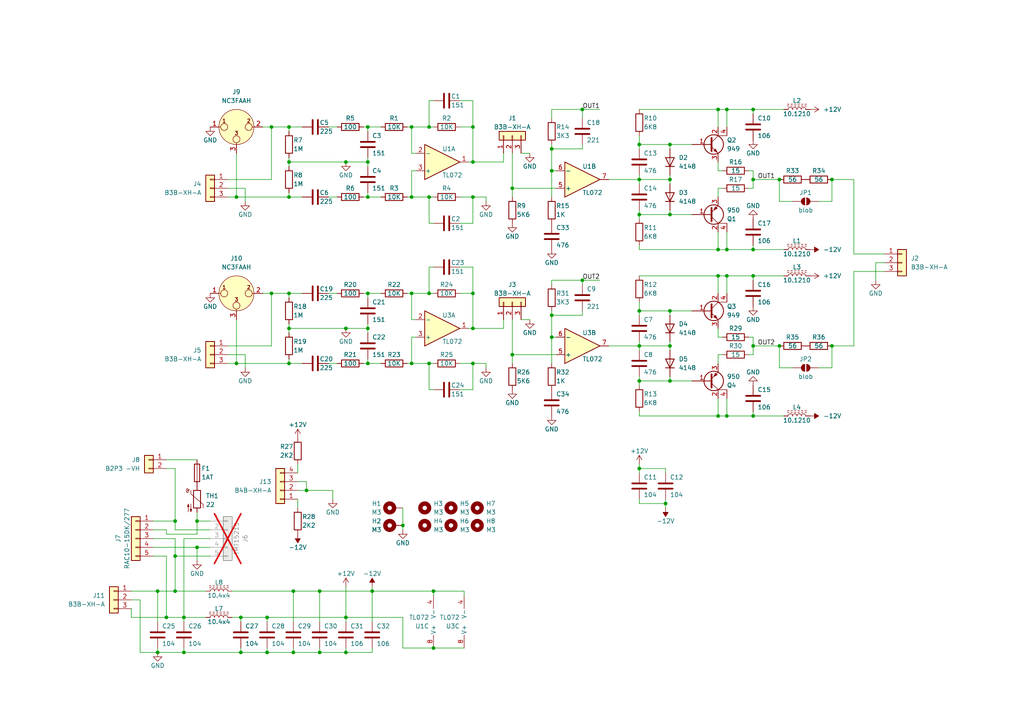
<source format=kicad_sch>
(kicad_sch (version 20231120) (generator "eeschema") (generator_version "8.0")
  (paper "A4")
  (junction (at 160.02 91.44))
  (junction (at 194.31 90.17))
  (junction (at 218.44 100.33))
  (junction (at 137.16 57.15))
  (junction (at 241.3 52.07))
  (junction (at 48.26 179.07))
  (junction (at 160.02 43.18))
  (junction (at 124.46 105.41))
  (junction (at 119.38 57.15))
  (junction (at 137.16 105.41))
  (junction (at 53.34 179.07))
  (junction (at 78.74 36.83))
  (junction (at 100.33 95.25))
  (junction (at 68.58 57.15))
  (junction (at 226.06 52.07))
  (junction (at 50.8 161.29))
  (junction (at 53.34 189.23))
  (junction (at 185.42 41.91))
  (junction (at 106.68 85.09))
  (junction (at 106.68 57.15))
  (junction (at 45.72 171.45))
  (junction (at 57.15 151.13))
  (junction (at 194.31 41.91))
  (junction (at 137.16 46.99))
  (junction (at 241.3 100.33))
  (junction (at 83.82 95.25))
  (junction (at 92.71 171.45))
  (junction (at 100.33 46.99))
  (junction (at 194.31 100.33))
  (junction (at 194.31 110.49))
  (junction (at 50.8 171.45))
  (junction (at 83.82 57.15))
  (junction (at 226.06 100.33))
  (junction (at 208.28 72.39))
  (junction (at 185.42 62.23))
  (junction (at 106.68 36.83))
  (junction (at 119.38 85.09))
  (junction (at 194.31 62.23))
  (junction (at 160.02 97.79))
  (junction (at 125.73 171.45))
  (junction (at 137.16 85.09))
  (junction (at 57.15 158.75))
  (junction (at 185.42 135.89))
  (junction (at 83.82 105.41))
  (junction (at 210.82 120.65))
  (junction (at 137.16 36.83))
  (junction (at 208.28 31.75))
  (junction (at 106.68 105.41))
  (junction (at 210.82 31.75))
  (junction (at 100.33 179.07))
  (junction (at 50.8 151.13))
  (junction (at 148.59 54.61))
  (junction (at 218.44 80.01))
  (junction (at 92.71 189.23))
  (junction (at 124.46 85.09))
  (junction (at 83.82 36.83))
  (junction (at 69.85 179.07))
  (junction (at 107.95 171.45))
  (junction (at 210.82 80.01))
  (junction (at 85.09 171.45))
  (junction (at 137.16 95.25))
  (junction (at 119.38 36.83))
  (junction (at 185.42 110.49))
  (junction (at 218.44 31.75))
  (junction (at 78.74 85.09))
  (junction (at 85.09 189.23))
  (junction (at 124.46 57.15))
  (junction (at 210.82 72.39))
  (junction (at 106.68 95.25))
  (junction (at 77.47 179.07))
  (junction (at 83.82 46.99))
  (junction (at 100.33 189.23))
  (junction (at 125.73 187.96))
  (junction (at 168.91 81.28))
  (junction (at 77.47 189.23))
  (junction (at 185.42 100.33))
  (junction (at 218.44 52.07))
  (junction (at 124.46 36.83))
  (junction (at 45.72 189.23))
  (junction (at 218.44 72.39))
  (junction (at 69.85 189.23))
  (junction (at 208.28 80.01))
  (junction (at 194.31 52.07))
  (junction (at 116.84 152.4))
  (junction (at 185.42 52.07))
  (junction (at 83.82 85.09))
  (junction (at 160.02 49.53))
  (junction (at 68.58 105.41))
  (junction (at 168.91 31.75))
  (junction (at 106.68 46.99))
  (junction (at 119.38 105.41))
  (junction (at 88.9 142.24))
  (junction (at 185.42 90.17))
  (junction (at 148.59 102.87))
  (junction (at 193.04 146.05))
  (junction (at 208.28 120.65))
  (junction (at 218.44 120.65))
  (wire (pts (xy 124.46 57.15) (xy 125.73 57.15)))
  (wire (pts (xy 209.55 102.87) (xy 208.28 102.87)))
  (wire (pts (xy 50.8 156.21) (xy 50.8 161.29)))
  (wire (pts (xy 210.82 120.65) (xy 210.82 115.57)))
  (wire (pts (xy 100.33 187.96) (xy 100.33 189.23)))
  (wire (pts (xy 53.34 189.23) (xy 69.85 189.23)))
  (wire (pts (xy 194.31 110.49) (xy 200.66 110.49)))
  (wire (pts (xy 160.02 97.79) (xy 161.29 97.79)))
  (wire (pts (xy 135.89 95.25) (xy 137.16 95.25)))
  (wire (pts (xy 241.3 106.68) (xy 241.3 100.33)))
  (wire (pts (xy 218.44 52.07) (xy 226.06 52.07)))
  (wire (pts (xy 226.06 58.42) (xy 229.87 58.42)))
  (wire (pts (xy 106.68 85.09) (xy 110.49 85.09)))
  (wire (pts (xy 100.33 189.23) (xy 107.95 189.23)))
  (wire (pts (xy 100.33 179.07) (xy 116.84 179.07)))
  (wire (pts (xy 105.41 85.09) (xy 106.68 85.09)))
  (wire (pts (xy 48.26 135.89) (xy 50.8 135.89)))
  (wire (pts (xy 176.53 100.33) (xy 185.42 100.33)))
  (wire (pts (xy 88.9 142.24) (xy 96.52 142.24)))
  (wire (pts (xy 119.38 85.09) (xy 124.46 85.09)))
  (wire (pts (xy 85.09 189.23) (xy 92.71 189.23)))
  (wire (pts (xy 241.3 52.07) (xy 247.65 52.07)))
  (wire (pts (xy 160.02 82.55) (xy 160.02 81.28)))
  (wire (pts (xy 44.45 161.29) (xy 48.26 161.29)))
  (wire (pts (xy 66.04 105.41) (xy 68.58 105.41)))
  (wire (pts (xy 160.02 91.44) (xy 168.91 91.44)))
  (wire (pts (xy 38.1 179.07) (xy 38.1 176.53)))
  (wire (pts (xy 194.31 90.17) (xy 185.42 90.17)))
  (wire (pts (xy 83.82 85.09) (xy 83.82 86.36)))
  (wire (pts (xy 146.05 95.25) (xy 146.05 92.71)))
  (wire (pts (xy 160.02 97.79) (xy 160.02 105.41)))
  (wire (pts (xy 208.28 31.75) (xy 208.28 36.83)))
  (wire (pts (xy 194.31 100.33) (xy 194.31 101.6)))
  (wire (pts (xy 185.42 109.22) (xy 185.42 110.49)))
  (wire (pts (xy 135.89 46.99) (xy 137.16 46.99)))
  (wire (pts (xy 106.68 57.15) (xy 110.49 57.15)))
  (wire (pts (xy 40.64 173.99) (xy 40.64 189.23)))
  (wire (pts (xy 194.31 60.96) (xy 194.31 62.23)))
  (wire (pts (xy 218.44 49.53) (xy 218.44 52.07)))
  (wire (pts (xy 208.28 54.61) (xy 208.28 57.15)))
  (wire (pts (xy 50.8 151.13) (xy 50.8 153.67)))
  (wire (pts (xy 66.04 52.07) (xy 78.74 52.07)))
  (wire (pts (xy 194.31 62.23) (xy 200.66 62.23)))
  (wire (pts (xy 185.42 72.39) (xy 208.28 72.39)))
  (wire (pts (xy 133.35 36.83) (xy 137.16 36.83)))
  (wire (pts (xy 194.31 41.91) (xy 194.31 43.18)))
  (wire (pts (xy 83.82 57.15) (xy 83.82 55.88)))
  (wire (pts (xy 100.33 46.99) (xy 106.68 46.99)))
  (wire (pts (xy 194.31 52.07) (xy 194.31 53.34)))
  (wire (pts (xy 40.64 189.23) (xy 45.72 189.23)))
  (wire (pts (xy 116.84 179.07) (xy 116.84 187.96)))
  (wire (pts (xy 83.82 105.41) (xy 83.82 104.14)))
  (wire (pts (xy 137.16 105.41) (xy 137.16 113.03)))
  (wire (pts (xy 208.28 31.75) (xy 210.82 31.75)))
  (wire (pts (xy 168.91 31.75) (xy 160.02 31.75)))
  (wire (pts (xy 50.8 153.67) (xy 60.96 153.67)))
  (wire (pts (xy 134.62 171.45) (xy 134.62 172.72)))
  (wire (pts (xy 48.26 133.35) (xy 57.15 133.35)))
  (wire (pts (xy 210.82 72.39) (xy 210.82 67.31)))
  (wire (pts (xy 151.13 44.45) (xy 153.67 44.45)))
  (wire (pts (xy 160.02 43.18) (xy 160.02 49.53)))
  (wire (pts (xy 119.38 36.83) (xy 118.11 36.83)))
  (wire (pts (xy 185.42 52.07) (xy 194.31 52.07)))
  (wire (pts (xy 185.42 50.8) (xy 185.42 52.07)))
  (wire (pts (xy 48.26 154.94) (xy 57.15 154.94)))
  (wire (pts (xy 160.02 91.44) (xy 160.02 97.79)))
  (wire (pts (xy 83.82 48.26) (xy 83.82 46.99)))
  (wire (pts (xy 66.04 100.33) (xy 78.74 100.33)))
  (wire (pts (xy 185.42 146.05) (xy 193.04 146.05)))
  (wire (pts (xy 208.28 97.79) (xy 209.55 97.79)))
  (wire (pts (xy 96.52 142.24) (xy 96.52 144.78)))
  (wire (pts (xy 83.82 95.25) (xy 83.82 93.98)))
  (wire (pts (xy 87.63 36.83) (xy 83.82 36.83)))
  (wire (pts (xy 95.25 57.15) (xy 97.79 57.15)))
  (wire (pts (xy 95.25 85.09) (xy 97.79 85.09)))
  (wire (pts (xy 226.06 106.68) (xy 229.87 106.68)))
  (wire (pts (xy 185.42 60.96) (xy 185.42 62.23)))
  (wire (pts (xy 208.28 80.01) (xy 210.82 80.01)))
  (wire (pts (xy 44.45 151.13) (xy 50.8 151.13)))
  (wire (pts (xy 208.28 80.01) (xy 208.28 85.09)))
  (wire (pts (xy 48.26 153.67) (xy 48.26 154.94)))
  (wire (pts (xy 86.36 142.24) (xy 88.9 142.24)))
  (wire (pts (xy 218.44 120.65) (xy 227.33 120.65)))
  (wire (pts (xy 218.44 100.33) (xy 218.44 102.87)))
  (wire (pts (xy 85.09 171.45) (xy 92.71 171.45)))
  (wire (pts (xy 218.44 97.79) (xy 218.44 100.33)))
  (wire (pts (xy 133.35 85.09) (xy 137.16 85.09)))
  (wire (pts (xy 45.72 189.23) (xy 53.34 189.23)))
  (wire (pts (xy 53.34 187.96) (xy 53.34 189.23)))
  (wire (pts (xy 185.42 135.89) (xy 193.04 135.89)))
  (wire (pts (xy 168.91 91.44) (xy 168.91 90.17)))
  (wire (pts (xy 194.31 41.91) (xy 185.42 41.91)))
  (wire (pts (xy 100.33 95.25) (xy 83.82 95.25)))
  (wire (pts (xy 185.42 100.33) (xy 185.42 101.6)))
  (wire (pts (xy 193.04 135.89) (xy 193.04 137.16)))
  (wire (pts (xy 217.17 54.61) (xy 218.44 54.61)))
  (wire (pts (xy 50.8 161.29) (xy 50.8 171.45)))
  (wire (pts (xy 83.82 36.83) (xy 83.82 38.1)))
  (wire (pts (xy 137.16 36.83) (xy 137.16 29.21)))
  (wire (pts (xy 218.44 52.07) (xy 218.44 54.61)))
  (wire (pts (xy 185.42 120.65) (xy 208.28 120.65)))
  (wire (pts (xy 185.42 80.01) (xy 208.28 80.01)))
  (wire (pts (xy 210.82 31.75) (xy 218.44 31.75)))
  (wire (pts (xy 69.85 187.96) (xy 69.85 189.23)))
  (wire (pts (xy 119.38 105.41) (xy 124.46 105.41)))
  (wire (pts (xy 105.41 57.15) (xy 106.68 57.15)))
  (wire (pts (xy 125.73 187.96) (xy 134.62 187.96)))
  (wire (pts (xy 160.02 41.91) (xy 160.02 43.18)))
  (wire (pts (xy 247.65 52.07) (xy 247.65 73.66)))
  (wire (pts (xy 95.25 36.83) (xy 97.79 36.83)))
  (wire (pts (xy 247.65 78.74) (xy 247.65 100.33)))
  (wire (pts (xy 45.72 171.45) (xy 50.8 171.45)))
  (wire (pts (xy 137.16 95.25) (xy 146.05 95.25)))
  (wire (pts (xy 217.17 102.87) (xy 218.44 102.87)))
  (wire (pts (xy 218.44 31.75) (xy 218.44 33.02)))
  (wire (pts (xy 78.74 52.07) (xy 78.74 36.83)))
  (wire (pts (xy 168.91 81.28) (xy 168.91 82.55)))
  (wire (pts (xy 148.59 92.71) (xy 148.59 102.87)))
  (wire (pts (xy 185.42 52.07) (xy 185.42 53.34)))
  (wire (pts (xy 68.58 44.45) (xy 68.58 57.15)))
  (wire (pts (xy 208.28 49.53) (xy 209.55 49.53)))
  (wire (pts (xy 107.95 170.18) (xy 107.95 171.45)))
  (wire (pts (xy 124.46 85.09) (xy 124.46 77.47)))
  (wire (pts (xy 137.16 46.99) (xy 137.16 36.83)))
  (wire (pts (xy 77.47 179.07) (xy 100.33 179.07)))
  (wire (pts (xy 119.38 44.45) (xy 119.38 36.83)))
  (wire (pts (xy 185.42 39.37) (xy 185.42 41.91)))
  (wire (pts (xy 185.42 135.89) (xy 185.42 137.16)))
  (wire (pts (xy 218.44 100.33) (xy 226.06 100.33)))
  (wire (pts (xy 107.95 189.23) (xy 107.95 187.96)))
  (wire (pts (xy 194.31 41.91) (xy 200.66 41.91)))
  (wire (pts (xy 92.71 171.45) (xy 92.71 180.34)))
  (wire (pts (xy 53.34 179.07) (xy 53.34 180.34)))
  (wire (pts (xy 86.36 134.62) (xy 86.36 137.16)))
  (wire (pts (xy 92.71 171.45) (xy 107.95 171.45)))
  (wire (pts (xy 38.1 173.99) (xy 40.64 173.99)))
  (wire (pts (xy 119.38 57.15) (xy 119.38 49.53)))
  (wire (pts (xy 118.11 57.15) (xy 119.38 57.15)))
  (wire (pts (xy 247.65 73.66) (xy 256.54 73.66)))
  (wire (pts (xy 124.46 57.15) (xy 124.46 64.77)))
  (wire (pts (xy 247.65 78.74) (xy 256.54 78.74)))
  (wire (pts (xy 106.68 95.25) (xy 106.68 96.52)))
  (wire (pts (xy 85.09 187.96) (xy 85.09 189.23)))
  (wire (pts (xy 185.42 99.06) (xy 185.42 100.33)))
  (wire (pts (xy 119.38 36.83) (xy 124.46 36.83)))
  (wire (pts (xy 168.91 81.28) (xy 173.99 81.28)))
  (wire (pts (xy 118.11 105.41) (xy 119.38 105.41)))
  (wire (pts (xy 119.38 85.09) (xy 118.11 85.09)))
  (wire (pts (xy 168.91 43.18) (xy 168.91 41.91)))
  (wire (pts (xy 148.59 102.87) (xy 148.59 105.41)))
  (wire (pts (xy 116.84 152.4) (xy 116.84 153.67)))
  (wire (pts (xy 83.82 46.99) (xy 83.82 45.72)))
  (wire (pts (xy 100.33 179.07) (xy 100.33 180.34)))
  (wire (pts (xy 53.34 179.07) (xy 59.69 179.07)))
  (wire (pts (xy 100.33 95.25) (xy 106.68 95.25)))
  (wire (pts (xy 66.04 54.61) (xy 71.12 54.61)))
  (wire (pts (xy 218.44 71.12) (xy 218.44 72.39)))
  (wire (pts (xy 106.68 55.88) (xy 106.68 57.15)))
  (wire (pts (xy 119.38 57.15) (xy 124.46 57.15)))
  (wire (pts (xy 226.06 52.07) (xy 226.06 58.42)))
  (wire (pts (xy 124.46 36.83) (xy 124.46 29.21)))
  (wire (pts (xy 226.06 100.33) (xy 226.06 106.68)))
  (wire (pts (xy 100.33 46.99) (xy 83.82 46.99)))
  (wire (pts (xy 119.38 97.79) (xy 120.65 97.79)))
  (wire (pts (xy 185.42 100.33) (xy 194.31 100.33)))
  (wire (pts (xy 133.35 105.41) (xy 137.16 105.41)))
  (wire (pts (xy 185.42 62.23) (xy 185.42 63.5)))
  (wire (pts (xy 209.55 54.61) (xy 208.28 54.61)))
  (wire (pts (xy 148.59 54.61) (xy 161.29 54.61)))
  (wire (pts (xy 137.16 57.15) (xy 140.97 57.15)))
  (wire (pts (xy 160.02 43.18) (xy 168.91 43.18)))
  (wire (pts (xy 92.71 187.96) (xy 92.71 189.23)))
  (wire (pts (xy 116.84 187.96) (xy 125.73 187.96)))
  (wire (pts (xy 160.02 31.75) (xy 160.02 34.29)))
  (wire (pts (xy 87.63 105.41) (xy 83.82 105.41)))
  (wire (pts (xy 140.97 57.15) (xy 140.97 58.42)))
  (wire (pts (xy 185.42 41.91) (xy 185.42 43.18)))
  (wire (pts (xy 217.17 97.79) (xy 218.44 97.79)))
  (wire (pts (xy 185.42 144.78) (xy 185.42 146.05)))
  (wire (pts (xy 50.8 161.29) (xy 60.96 161.29)))
  (wire (pts (xy 124.46 36.83) (xy 125.73 36.83)))
  (wire (pts (xy 119.38 49.53) (xy 120.65 49.53)))
  (wire (pts (xy 53.34 156.21) (xy 53.34 179.07)))
  (wire (pts (xy 106.68 46.99) (xy 106.68 48.26)))
  (wire (pts (xy 133.35 57.15) (xy 137.16 57.15)))
  (wire (pts (xy 185.42 62.23) (xy 194.31 62.23)))
  (wire (pts (xy 256.54 76.2) (xy 254 76.2)))
  (wire (pts (xy 137.16 85.09) (xy 137.16 77.47)))
  (wire (pts (xy 208.28 120.65) (xy 210.82 120.65)))
  (wire (pts (xy 83.82 95.25) (xy 83.82 96.52)))
  (wire (pts (xy 45.72 171.45) (xy 45.72 180.34)))
  (wire (pts (xy 133.35 64.77) (xy 137.16 64.77)))
  (wire (pts (xy 194.31 109.22) (xy 194.31 110.49)))
  (wire (pts (xy 85.09 171.45) (xy 85.09 180.34)))
  (wire (pts (xy 137.16 29.21) (xy 133.35 29.21)))
  (wire (pts (xy 137.16 57.15) (xy 137.16 64.77)))
  (wire (pts (xy 106.68 45.72) (xy 106.68 46.99)))
  (wire (pts (xy 57.15 158.75) (xy 60.96 158.75)))
  (wire (pts (xy 48.26 179.07) (xy 38.1 179.07)))
  (wire (pts (xy 185.42 90.17) (xy 185.42 91.44)))
  (wire (pts (xy 194.31 50.8) (xy 194.31 52.07)))
  (wire (pts (xy 151.13 92.71) (xy 153.67 92.71)))
  (wire (pts (xy 76.2 36.83) (xy 78.74 36.83)))
  (wire (pts (xy 57.15 151.13) (xy 60.96 151.13)))
  (wire (pts (xy 217.17 49.53) (xy 218.44 49.53)))
  (wire (pts (xy 160.02 81.28) (xy 168.91 81.28)))
  (wire (pts (xy 106.68 104.14) (xy 106.68 105.41)))
  (wire (pts (xy 106.68 36.83) (xy 110.49 36.83)))
  (wire (pts (xy 77.47 189.23) (xy 85.09 189.23)))
  (wire (pts (xy 210.82 120.65) (xy 218.44 120.65)))
  (wire (pts (xy 125.73 172.72) (xy 125.73 171.45)))
  (wire (pts (xy 124.46 113.03) (xy 125.73 113.03)))
  (wire (pts (xy 105.41 105.41) (xy 106.68 105.41)))
  (wire (pts (xy 237.49 106.68) (xy 241.3 106.68)))
  (wire (pts (xy 48.26 179.07) (xy 53.34 179.07)))
  (wire (pts (xy 107.95 171.45) (xy 125.73 171.45)))
  (wire (pts (xy 210.82 31.75) (xy 210.82 36.83)))
  (wire (pts (xy 50.8 171.45) (xy 59.69 171.45)))
  (wire (pts (xy 116.84 147.32) (xy 116.84 152.4)))
  (wire (pts (xy 194.31 99.06) (xy 194.31 100.33)))
  (wire (pts (xy 124.46 85.09) (xy 125.73 85.09)))
  (wire (pts (xy 193.04 144.78) (xy 193.04 146.05)))
  (wire (pts (xy 148.59 102.87) (xy 161.29 102.87)))
  (wire (pts (xy 160.02 49.53) (xy 160.02 57.15)))
  (wire (pts (xy 208.28 115.57) (xy 208.28 120.65)))
  (wire (pts (xy 137.16 95.25) (xy 137.16 85.09)))
  (wire (pts (xy 50.8 135.89) (xy 50.8 151.13)))
  (wire (pts (xy 95.25 105.41) (xy 97.79 105.41)))
  (wire (pts (xy 168.91 31.75) (xy 168.91 34.29)))
  (wire (pts (xy 87.63 85.09) (xy 83.82 85.09)))
  (wire (pts (xy 45.72 187.96) (xy 45.72 189.23)))
  (wire (pts (xy 160.02 49.53) (xy 161.29 49.53)))
  (wire (pts (xy 119.38 105.41) (xy 119.38 97.79)))
  (wire (pts (xy 78.74 36.83) (xy 83.82 36.83)))
  (wire (pts (xy 44.45 153.67) (xy 48.26 153.67)))
  (wire (pts (xy 124.46 64.77) (xy 125.73 64.77)))
  (wire (pts (xy 106.68 93.98) (xy 106.68 95.25)))
  (wire (pts (xy 208.28 46.99) (xy 208.28 49.53)))
  (wire (pts (xy 133.35 113.03) (xy 137.16 113.03)))
  (wire (pts (xy 69.85 189.23) (xy 77.47 189.23)))
  (wire (pts (xy 38.1 171.45) (xy 45.72 171.45)))
  (wire (pts (xy 57.15 151.13) (xy 57.15 154.94)))
  (wire (pts (xy 68.58 105.41) (xy 83.82 105.41)))
  (wire (pts (xy 160.02 90.17) (xy 160.02 91.44)))
  (wire (pts (xy 69.85 179.07) (xy 77.47 179.07)))
  (wire (pts (xy 247.65 100.33) (xy 241.3 100.33)))
  (wire (pts (xy 48.26 161.29) (xy 48.26 179.07)))
  (wire (pts (xy 86.36 139.7) (xy 88.9 139.7)))
  (wire (pts (xy 208.28 95.25) (xy 208.28 97.79)))
  (wire (pts (xy 148.59 54.61) (xy 148.59 57.15)))
  (wire (pts (xy 57.15 158.75) (xy 57.15 162.56)))
  (wire (pts (xy 194.31 90.17) (xy 194.31 91.44)))
  (wire (pts (xy 69.85 179.07) (xy 69.85 180.34)))
  (wire (pts (xy 71.12 54.61) (xy 71.12 58.42)))
  (wire (pts (xy 76.2 85.09) (xy 78.74 85.09)))
  (wire (pts (xy 210.82 80.01) (xy 210.82 85.09)))
  (wire (pts (xy 67.31 171.45) (xy 85.09 171.45)))
  (wire (pts (xy 185.42 71.12) (xy 185.42 72.39)))
  (wire (pts (xy 208.28 72.39) (xy 210.82 72.39)))
  (wire (pts (xy 120.65 92.71) (xy 119.38 92.71)))
  (wire (pts (xy 124.46 105.41) (xy 125.73 105.41)))
  (wire (pts (xy 241.3 58.42) (xy 241.3 52.07)))
  (wire (pts (xy 87.63 57.15) (xy 83.82 57.15)))
  (wire (pts (xy 78.74 85.09) (xy 83.82 85.09)))
  (wire (pts (xy 77.47 179.07) (xy 77.47 180.34)))
  (wire (pts (xy 107.95 171.45) (xy 107.95 180.34)))
  (wire (pts (xy 67.31 179.07) (xy 69.85 179.07)))
  (wire (pts (xy 176.53 52.07) (xy 185.42 52.07)))
  (wire (pts (xy 137.16 105.41) (xy 140.97 105.41)))
  (wire (pts (xy 92.71 189.23) (xy 100.33 189.23)))
  (wire (pts (xy 148.59 44.45) (xy 148.59 54.61)))
  (wire (pts (xy 193.04 146.05) (xy 193.04 147.32)))
  (wire (pts (xy 208.28 102.87) (xy 208.28 105.41)))
  (wire (pts (xy 106.68 36.83) (xy 106.68 38.1)))
  (wire (pts (xy 106.68 105.41) (xy 110.49 105.41)))
  (wire (pts (xy 77.47 187.96) (xy 77.47 189.23)))
  (wire (pts (xy 185.42 110.49) (xy 194.31 110.49)))
  (wire (pts (xy 105.41 36.83) (xy 106.68 36.83)))
  (wire (pts (xy 218.44 80.01) (xy 218.44 81.28)))
  (wire (pts (xy 124.46 77.47) (xy 125.73 77.47)))
  (wire (pts (xy 57.15 148.59) (xy 57.15 151.13)))
  (wire (pts (xy 185.42 119.38) (xy 185.42 120.65)))
  (wire (pts (xy 218.44 31.75) (xy 227.33 31.75)))
  (wire (pts (xy 106.68 85.09) (xy 106.68 86.36)))
  (wire (pts (xy 120.65 44.45) (xy 119.38 44.45)))
  (wire (pts (xy 185.42 110.49) (xy 185.42 111.76)))
  (wire (pts (xy 68.58 57.15) (xy 83.82 57.15)))
  (wire (pts (xy 146.05 46.99) (xy 146.05 44.45)))
  (wire (pts (xy 254 76.2) (xy 254 81.28)))
  (wire (pts (xy 210.82 80.01) (xy 218.44 80.01)))
  (wire (pts (xy 124.46 105.41) (xy 124.46 113.03)))
  (wire (pts (xy 124.46 29.21) (xy 125.73 29.21)))
  (wire (pts (xy 44.45 158.75) (xy 57.15 158.75)))
  (wire (pts (xy 100.33 170.18) (xy 100.33 179.07)))
  (wire (pts (xy 86.36 144.78) (xy 86.36 147.32)))
  (wire (pts (xy 66.04 102.87) (xy 71.12 102.87)))
  (wire (pts (xy 44.45 156.21) (xy 50.8 156.21)))
  (wire (pts (xy 208.28 67.31) (xy 208.28 72.39)))
  (wire (pts (xy 210.82 72.39) (xy 218.44 72.39)))
  (wire (pts (xy 237.49 58.42) (xy 241.3 58.42)))
  (wire (pts (xy 66.04 57.15) (xy 68.58 57.15)))
  (wire (pts (xy 168.91 31.75) (xy 173.99 31.75)))
  (wire (pts (xy 137.16 77.47) (xy 133.35 77.47)))
  (wire (pts (xy 185.42 31.75) (xy 208.28 31.75)))
  (wire (pts (xy 140.97 105.41) (xy 140.97 106.68)))
  (wire (pts (xy 218.44 72.39) (xy 227.33 72.39)))
  (wire (pts (xy 71.12 102.87) (xy 71.12 106.68)))
  (wire (pts (xy 78.74 100.33) (xy 78.74 85.09)))
  (wire (pts (xy 185.42 134.62) (xy 185.42 135.89)))
  (wire (pts (xy 125.73 171.45) (xy 134.62 171.45)))
  (wire (pts (xy 88.9 139.7) (xy 88.9 142.24)))
  (wire (pts (xy 218.44 80.01) (xy 227.33 80.01)))
  (wire (pts (xy 53.34 156.21) (xy 60.96 156.21)))
  (wire (pts (xy 119.38 92.71) (xy 119.38 85.09)))
  (wire (pts (xy 185.42 87.63) (xy 185.42 90.17)))
  (wire (pts (xy 68.58 92.71) (xy 68.58 105.41)))
  (wire (pts (xy 218.44 120.65) (xy 218.44 119.38)))
  (wire (pts (xy 137.16 46.99) (xy 146.05 46.99)))
  (wire (pts (xy 194.31 90.17) (xy 200.66 90.17)))
  (label "OUT2" (at 224.79 100.33 180))
  (label "OUT2" (at 173.99 81.28 180))
  (label "OUT1" (at 224.79 52.07 180))
  (label "OUT1" (at 173.99 31.75 180))
  (symbol (lib_id "power:GND") (at 218.44 88.9 0) (mirror y) (unit 1)
    (property "Reference" "#PWR012" (effects (hide yes)))
    (property "Value" "GND" (at 218.44 92.71 0))
  )
  (symbol (lib_id "Device:R") (at 129.54 57.15 90) (unit 1)
    (property "Reference" "R4" (at 129.54 54.61 90))
    (property "Value" "10K" (at 129.54 57.15 90))
    (property "Footprint" "Resistor_SMD:R_0805_2012Metric" (effects (hide yes)))
  )
  (symbol (lib_id "power:-12V") (at 107.95 170.18 0) (unit 1)
    (property "Reference" "#PWR06" (effects (hide yes)))
    (property "Value" "-12V" (at 107.95 166.37 0))
  )
  (symbol (lib_id "Device:Q_NPN_BCEC") (at 205.74 41.91 0) (unit 1)
    (property "Reference" "Q2" (at 210.82 40.64 0) (effects (justify left)))
    (property "Value" "949" (at 210.82 43.18 0) (effects (justify left)))
    (property "Footprint" "Package_TO_SOT_SMD:SOT-223" (effects (hide yes)))
  )
  (symbol (lib_id "Device:C") (at 107.95 184.15 0) (unit 1)
    (property "Reference" "C32" (at 109.22 181.61 0) (effects (justify left)))
    (property "Value" "106" (at 109.22 186.69 0) (effects (justify left)))
    (property "Footprint" "Capacitor_SMD:C_0805_2012Metric" (effects (hide yes)))
  )
  (symbol (lib_id "Device:C") (at 77.47 184.15 0) (unit 1)
    (property "Reference" "C28" (at 78.74 181.61 0) (effects (justify left)))
    (property "Value" "104" (at 78.74 186.69 0) (effects (justify left)))
    (property "Footprint" "Capacitor_SMD:C_0805_2012Metric" (effects (hide yes)))
  )
  (symbol (lib_id "Device:C") (at 218.44 115.57 0) (unit 1)
    (property "Reference" "C15" (at 219.71 113.03 0) (effects (justify left)))
    (property "Value" "106" (at 219.71 118.11 0) (effects (justify left)))
    (property "Footprint" "Capacitor_SMD:C_0805_2012Metric" (effects (hide yes)))
  )
  (symbol (lib_id "Amplifier_Operational:TL072") (at 128.27 95.25 0) (mirror x) (unit 1)
    (property "Reference" "U3" (at 128.27 91.44 0) (effects (justify left)))
    (property "Value" "TL072" (at 128.27 99.06 0) (effects (justify left)))
    (property "Footprint" "Package_SO:SOIC-8_3.9x4.9mm_P1.27mm" (effects (hide yes)))
    (property "Datasheet" "http://www.ti.com/lit/ds/symlink/tl071.pdf" (effects (hide yes)))
  )
  (symbol (lib_id "Device:D") (at 194.31 105.41 90) (unit 1)
    (property "Reference" "D5" (at 196.85 104.14 90) (effects (justify right)))
    (property "Value" "4148" (at 196.85 106.68 90) (effects (justify right)))
    (property "Footprint" "Diode_SMD:D_SOD-123" (effects (hide yes)))
    (property "Sim.Device" "D" (effects (hide yes)))
    (property "Sim.Pins" "1=K 2=A" (effects (hide yes)))
  )
  (symbol (lib_id "Device:R") (at 237.49 52.07 90) (unit 1)
    (property "Reference" "R34" (at 237.49 49.53 90))
    (property "Value" "56" (at 237.49 52.07 90))
    (property "Footprint" "Resistor_SMD:R_2512_6332Metric" (effects (hide yes)))
  )
  (symbol (lib_id "Jumper:SolderJumper_2_Open") (at 233.68 106.68 0) (unit 1) (exclude_from_sim yes) (in_bom no)
    (property "Reference" "JP2" (at 233.68 104.14 0))
    (property "Value" "blob" (at 233.68 109.22 0))
    (property "Footprint" "Jumper:SolderJumper-2_P1.3mm_Open_RoundedPad1.0x1.5mm" (effects (hide yes)))
    (property "Description" "Solder Jumper, 2-pole, open" (effects (hide yes)))
  )
  (symbol (lib_id "Connector_Audio:NC3FAAH") (at 68.58 85.09 0) (unit 1)
    (property "Reference" "J10" (at 68.58 74.93 0))
    (property "Value" "NC3FAAH" (at 68.58 77.47 0))
    (property "Footprint" "Connector_Audio:Jack_XLR_Neutrik_NC3FAAH_Horizontal" (effects (hide yes)))
    (property "Datasheet" "https://www.neutrik.com/en/product/nc3faah" (effects (hide yes)))
  )
  (symbol (lib_id "Device:D") (at 194.31 57.15 90) (unit 1)
    (property "Reference" "D3" (at 196.85 55.88 90) (effects (justify right)))
    (property "Value" "4148" (at 196.85 58.42 90) (effects (justify right)))
    (property "Footprint" "Diode_SMD:D_SOD-123" (effects (hide yes)))
    (property "Sim.Device" "D" (effects (hide yes)))
    (property "Sim.Pins" "1=K 2=A" (effects (hide yes)))
  )
  (symbol (lib_id "Device:C") (at 91.44 85.09 90) (unit 1)
    (property "Reference" "C19" (at 92.71 83.82 90) (effects (justify right)))
    (property "Value" "225" (at 92.71 86.36 90) (effects (justify right)))
    (property "Footprint" "Capacitor_SMD:C_1210_3225Metric" (effects (hide yes)))
  )
  (symbol (lib_id "Device:C") (at 129.54 29.21 90) (unit 1)
    (property "Reference" "C1" (at 130.81 27.94 90) (effects (justify right)))
    (property "Value" "151" (at 130.81 30.48 90) (effects (justify right)))
    (property "Footprint" "Capacitor_SMD:C_0805_2012Metric" (effects (hide yes)))
  )
  (symbol (lib_id "power:-12V") (at 86.36 154.94 0) (mirror x) (unit 1)
    (property "Reference" "#PWR026" (effects (hide yes)))
    (property "Value" "-12V" (at 86.36 158.75 0))
  )
  (symbol (lib_id "Device:C") (at 185.42 57.15 0) (unit 1)
    (property "Reference" "C14" (at 186.69 54.61 0) (effects (justify left)))
    (property "Value" "476" (at 186.69 59.69 0) (effects (justify left)))
    (property "Footprint" "Capacitor_SMD:C_1210_3225Metric" (effects (hide yes)))
  )
  (symbol (lib_id "Device:C") (at 91.44 57.15 90) (unit 1)
    (property "Reference" "C6" (at 92.71 55.88 90) (effects (justify right)))
    (property "Value" "225" (at 92.71 58.42 90) (effects (justify right)))
    (property "Footprint" "Capacitor_SMD:C_1210_3225Metric" (effects (hide yes)))
  )
  (symbol (lib_id "Device:C") (at 160.02 68.58 0) (unit 1)
    (property "Reference" "C33" (at 161.29 66.04 0) (effects (justify left)))
    (property "Value" "476" (at 161.29 71.12 0) (effects (justify left)))
    (property "Footprint" "Capacitor_SMD:C_1210_3225Metric" (effects (hide yes)))
  )
  (symbol (lib_id "power:+12V") (at 234.95 31.75 270) (unit 1)
    (property "Reference" "#PWR03" (effects (hide yes)))
    (property "Value" "+12V" (at 238.76 31.75 90) (effects (justify left)))
  )
  (symbol (lib_id "Device:C") (at 91.44 105.41 90) (unit 1)
    (property "Reference" "C20" (at 92.71 104.14 90) (effects (justify right)))
    (property "Value" "225" (at 92.71 106.68 90) (effects (justify right)))
    (property "Footprint" "Capacitor_SMD:C_1210_3225Metric" (effects (hide yes)))
  )
  (symbol (lib_id "Mechanical:MountingHole") (at 130.81 147.32 0) (unit 1)
    (property "Reference" "H5" (at 133.35 146.05 0) (effects (justify left)))
    (property "Value" "M3" (at 133.35 148.59 0) (effects (justify left)))
    (property "Footprint" "MountingHole:MountingHole_3.2mm_M3" (effects (hide yes)))
  )
  (symbol (lib_id "Device:R") (at 213.36 102.87 90) (unit 1)
    (property "Reference" "R30" (at 213.36 100.33 90))
    (property "Value" "15" (at 213.36 102.87 90))
    (property "Footprint" "Resistor_SMD:R_1210_3225Metric" (effects (hide yes)))
  )
  (symbol (lib_id "Device:R") (at 185.42 67.31 0) (unit 1)
    (property "Reference" "R11" (at 186.69 66.04 0) (effects (justify left)))
    (property "Value" "6K8" (at 186.69 68.58 0) (effects (justify left)))
    (property "Footprint" "Resistor_SMD:R_0805_2012Metric" (effects (hide yes)))
  )
  (symbol (lib_id "power:GND") (at 153.67 92.71 0) (mirror y) (unit 1)
    (property "Reference" "#PWR022" (effects (hide yes)))
    (property "Value" "GND" (at 153.67 96.52 0))
  )
  (symbol (lib_id "Device:C") (at 106.68 41.91 0) (unit 1)
    (property "Reference" "C3" (at 107.95 39.37 0) (effects (justify left)))
    (property "Value" "151" (at 107.95 44.45 0) (effects (justify left)))
    (property "Footprint" "Capacitor_SMD:C_0805_2012Metric" (effects (hide yes)))
  )
  (symbol (lib_id "Device:R") (at 160.02 109.22 0) (unit 1)
    (property "Reference" "R32" (at 161.29 107.95 0) (effects (justify left)))
    (property "Value" "1K" (at 161.29 110.49 0) (effects (justify left)))
    (property "Footprint" "Resistor_SMD:R_0805_2012Metric" (effects (hide yes)))
  )
  (symbol (lib_id "Device:C") (at 129.54 64.77 90) (unit 1)
    (property "Reference" "C2" (at 130.81 63.5 90) (effects (justify right)))
    (property "Value" "151" (at 130.81 66.04 90) (effects (justify right)))
    (property "Footprint" "Capacitor_SMD:C_0805_2012Metric" (effects (hide yes)))
  )
  (symbol (lib_id "Device:C") (at 106.68 52.07 0) (unit 1)
    (property "Reference" "C4" (at 107.95 49.53 0) (effects (justify left)))
    (property "Value" "151" (at 107.95 54.61 0) (effects (justify left)))
    (property "Footprint" "Capacitor_SMD:C_0805_2012Metric" (effects (hide yes)))
  )
  (symbol (lib_id "Device:R") (at 129.54 36.83 90) (unit 1)
    (property "Reference" "R2" (at 129.54 34.29 90))
    (property "Value" "10K" (at 129.54 36.83 90))
    (property "Footprint" "Resistor_SMD:R_0805_2012Metric" (effects (hide yes)))
  )
  (symbol (lib_id "Device:C") (at 91.44 36.83 90) (unit 1)
    (property "Reference" "C5" (at 92.71 35.56 90) (effects (justify right)))
    (property "Value" "225" (at 92.71 38.1 90) (effects (justify right)))
    (property "Footprint" "Capacitor_SMD:C_1210_3225Metric" (effects (hide yes)))
  )
  (symbol (lib_id "Device:C") (at 92.71 184.15 0) (unit 1)
    (property "Reference" "C30" (at 93.98 181.61 0) (effects (justify left)))
    (property "Value" "104" (at 93.98 186.69 0) (effects (justify left)))
    (property "Footprint" "Capacitor_SMD:C_0805_2012Metric" (effects (hide yes)))
  )
  (symbol (lib_id "Mechanical:MountingHole_Pad") (at 114.3 147.32 90) (unit 1)
    (property "Reference" "H1" (at 109.22 146.05 90))
    (property "Value" "M3" (at 109.22 148.59 90))
    (property "Footprint" "MountingHole:MountingHole_3.2mm_M3_Pad" (effects (hide yes)))
  )
  (symbol (lib_id "Device:R") (at 148.59 109.22 0) (unit 1)
    (property "Reference" "R26" (at 149.86 107.95 0) (effects (justify left)))
    (property "Value" "5K6" (at 149.86 110.49 0) (effects (justify left)))
    (property "Footprint" "Resistor_SMD:R_0805_2012Metric" (effects (hide yes)))
  )
  (symbol (lib_id "Device:C") (at 168.91 86.36 0) (unit 1)
    (property "Reference" "C9" (at 170.18 83.82 0) (effects (justify left)))
    (property "Value" "221" (at 170.18 88.9 0) (effects (justify left)))
    (property "Footprint" "Capacitor_SMD:C_0805_2012Metric" (effects (hide yes)))
  )
  (symbol (lib_id "power:GND") (at 218.44 63.5 0) (mirror x) (unit 1)
    (property "Reference" "#PWR011" (effects (hide yes)))
    (property "Value" "GND" (at 218.44 59.69 0))
  )
  (symbol (lib_id "power:GND") (at 160.02 72.39 0) (mirror y) (unit 1)
    (property "Reference" "#PWR014" (effects (hide yes)))
    (property "Value" "GND" (at 160.02 76.2 0))
  )
  (symbol (lib_id "power:GND") (at 148.59 113.03 0) (mirror y) (unit 1)
    (property "Reference" "#PWR021" (effects (hide yes)))
    (property "Value" "GND" (at 148.59 116.84 0))
  )
  (symbol (lib_id "Amplifier_Operational:TL072") (at 168.91 52.07 0) (mirror x) (unit 2)
    (property "Reference" "U1" (at 168.91 48.26 0) (effects (justify left)))
    (property "Value" "TL072" (at 168.91 55.88 0) (effects (justify left)))
    (property "Footprint" "Package_SO:SOIC-8_3.9x4.9mm_P1.27mm" (effects (hide yes)))
    (property "Datasheet" "http://www.ti.com/lit/ds/symlink/tl071.pdf" (effects (hide yes)))
  )
  (symbol (lib_id "power:GND") (at 218.44 111.76 0) (mirror x) (unit 1)
    (property "Reference" "#PWR015" (effects (hide yes)))
    (property "Value" "GND" (at 218.44 107.95 0))
  )
  (symbol (lib_id "power:GND") (at 96.52 144.78 0) (mirror y) (unit 1)
    (property "Reference" "#PWR09" (effects (hide yes)))
    (property "Value" "GND" (at 96.52 148.59 0))
  )
  (symbol (lib_id "Device:R") (at 185.42 35.56 0) (unit 1)
    (property "Reference" "R10" (at 186.69 34.29 0) (effects (justify left)))
    (property "Value" "6K8" (at 186.69 36.83 0) (effects (justify left)))
    (property "Footprint" "Resistor_SMD:R_0805_2012Metric" (effects (hide yes)))
  )
  (symbol (lib_id "power:GND") (at 140.97 106.68 0) (unit 1)
    (property "Reference" "#PWR020" (effects (hide yes)))
    (property "Value" "GND" (at 140.97 110.49 0))
  )
  (symbol (lib_id "Device:L_Ferrite") (at 231.14 72.39 90) (unit 1)
    (property "Reference" "L1" (at 231.14 69.85 90))
    (property "Value" "10.1210" (at 231.14 73.66 90))
    (property "Footprint" "Inductor_SMD:L_1210_3225Metric" (effects (hide yes)))
  )
  (symbol (lib_id "Device:C") (at 106.68 90.17 0) (unit 1)
    (property "Reference" "C21" (at 107.95 87.63 0) (effects (justify left)))
    (property "Value" "151" (at 107.95 92.71 0) (effects (justify left)))
    (property "Footprint" "Capacitor_SMD:C_0805_2012Metric" (effects (hide yes)))
  )
  (symbol (lib_id "Device:L_Ferrite") (at 231.14 120.65 90) (unit 1)
    (property "Reference" "L4" (at 231.14 118.11 90))
    (property "Value" "10.1210" (at 231.14 121.92 90))
    (property "Footprint" "Inductor_SMD:L_1210_3225Metric" (effects (hide yes)))
  )
  (symbol (lib_id "Device:C") (at 100.33 184.15 0) (unit 1)
    (property "Reference" "C31" (at 101.6 181.61 0) (effects (justify left)))
    (property "Value" "106" (at 101.6 186.69 0) (effects (justify left)))
    (property "Footprint" "Capacitor_SMD:C_0805_2012Metric" (effects (hide yes)))
  )
  (symbol (lib_id "power:GND") (at 116.84 153.67 0) (mirror y) (unit 1)
    (property "Reference" "#PWR029" (effects (hide yes)))
    (property "Value" "GND" (at 116.84 157.48 0))
  )
  (symbol (lib_id "Connector_Generic:Conn_01x04") (at 81.28 142.24 180) (unit 1)
    (property "Reference" "J13" (at 78.74 139.7 0) (effects (justify left)))
    (property "Value" "B4B-XH-A" (at 78.74 142.24 0) (effects (justify left)))
    (property "Footprint" "Connector_JST:JST_XH_B4B-XH-AM_1x04_P2.50mm_Vertical" (effects (hide yes)))
    (property "Description" "Generic connector, single row, 01x04, script generated (kicad-library-utils/schlib/autogen/connector/)" (effects (hide yes)))
  )
  (symbol (lib_id "power:GND") (at 254 81.28 0) (mirror y) (unit 1)
    (property "Reference" "#PWR018" (effects (hide yes)))
    (property "Value" "GND" (at 254 85.09 0))
  )
  (symbol (lib_id "power:-12V") (at 234.95 72.39 270) (mirror x) (unit 1)
    (property "Reference" "#PWR013" (effects (hide yes)))
    (property "Value" "-12V" (at 238.76 72.39 90) (effects (justify left)))
  )
  (symbol (lib_id "Mechanical:MountingHole") (at 123.19 147.32 0) (unit 1)
    (property "Reference" "H3" (at 125.73 146.05 0) (effects (justify left)))
    (property "Value" "M3" (at 125.73 148.59 0) (effects (justify left)))
    (property "Footprint" "MountingHole:MountingHole_3.2mm_M3" (effects (hide yes)))
  )
  (symbol (lib_id "Device:Q_PNP_BCEC") (at 205.74 62.23 0) (mirror x) (unit 1)
    (property "Reference" "Q1" (at 210.82 63.5 0) (effects (justify left)))
    (property "Value" "950" (at 210.82 60.96 0) (effects (justify left)))
    (property "Footprint" "Package_TO_SOT_SMD:SOT-223" (effects (hide yes)))
  )
  (symbol (lib_id "Device:C") (at 69.85 184.15 0) (unit 1)
    (property "Reference" "C27" (at 71.12 181.61 0) (effects (justify left)))
    (property "Value" "104" (at 71.12 186.69 0) (effects (justify left)))
    (property "Footprint" "Capacitor_SMD:C_0805_2012Metric" (effects (hide yes)))
  )
  (symbol (lib_id "power:-12V") (at 193.04 147.32 0) (mirror x) (unit 1)
    (property "Reference" "#PWR035" (effects (hide yes)))
    (property "Value" "-12V" (at 193.04 151.13 0))
  )
  (symbol (lib_id "Device:C") (at 53.34 184.15 0) (unit 1)
    (property "Reference" "C26" (at 54.61 181.61 0) (effects (justify left)))
    (property "Value" "104" (at 54.61 186.69 0) (effects (justify left)))
    (property "Footprint" "Capacitor_SMD:C_0805_2012Metric" (effects (hide yes)))
  )
  (symbol (lib_id "Device:R") (at 101.6 105.41 90) (unit 1)
    (property "Reference" "R21" (at 101.6 102.87 90))
    (property "Value" "100" (at 101.6 105.41 90))
    (property "Footprint" "Resistor_SMD:R_0805_2012Metric" (effects (hide yes)))
  )
  (symbol (lib_id "Device:D") (at 194.31 95.25 90) (unit 1)
    (property "Reference" "D4" (at 196.85 93.98 90) (effects (justify right)))
    (property "Value" "4148" (at 196.85 96.52 90) (effects (justify right)))
    (property "Footprint" "Diode_SMD:D_SOD-123" (effects (hide yes)))
    (property "Sim.Device" "D" (effects (hide yes)))
    (property "Sim.Pins" "1=K 2=A" (effects (hide yes)))
  )
  (symbol (lib_id "Mechanical:MountingHole") (at 130.81 152.4 0) (unit 1)
    (property "Reference" "H6" (at 133.35 151.13 0) (effects (justify left)))
    (property "Value" "M3" (at 133.35 153.67 0) (effects (justify left)))
    (property "Footprint" "MountingHole:MountingHole_3.2mm_M3" (effects (hide yes)))
  )
  (symbol (lib_id "power:GND") (at 218.44 40.64 0) (mirror y) (unit 1)
    (property "Reference" "#PWR010" (effects (hide yes)))
    (property "Value" "GND" (at 218.44 44.45 0))
  )
  (symbol (lib_id "Jumper:SolderJumper_2_Open") (at 233.68 58.42 0) (unit 1) (exclude_from_sim yes) (in_bom no)
    (property "Reference" "JP1" (at 233.68 55.88 0))
    (property "Value" "blob" (at 233.68 60.96 0))
    (property "Footprint" "Jumper:SolderJumper-2_P1.3mm_Open_RoundedPad1.0x1.5mm" (effects (hide yes)))
    (property "Description" "Solder Jumper, 2-pole, open" (effects (hide yes)))
  )
  (symbol (lib_id "Device:R") (at 83.82 41.91 0) (unit 1)
    (property "Reference" "R7" (at 85.09 40.64 0) (effects (justify left)))
    (property "Value" "1M" (at 85.09 43.18 0) (effects (justify left)))
    (property "Footprint" "Resistor_SMD:R_0805_2012Metric" (effects (hide yes)))
  )
  (symbol (lib_id "Connector_Generic:Conn_01x05") (at 66.04 156.21 0) (unit 1) (dnp yes)
    (property "Reference" "J6" (at 71.12 156.21 90))
    (property "Value" "TMT15215" (at 68.58 156.21 90))
    (property "Footprint" "HR_Parts:PSU_TRACO_TMT152xx" (effects (hide yes)))
  )
  (symbol (lib_id "Device:R") (at 83.82 90.17 0) (unit 1)
    (property "Reference" "R18" (at 85.09 88.9 0) (effects (justify left)))
    (property "Value" "1M" (at 85.09 91.44 0) (effects (justify left)))
    (property "Footprint" "Resistor_SMD:R_0805_2012Metric" (effects (hide yes)))
  )
  (symbol (lib_id "power:GND") (at 45.72 189.23 0) (mirror y) (unit 1)
    (property "Reference" "#PWR023" (effects (hide yes)))
    (property "Value" "GND" (at 45.72 193.04 0))
  )
  (symbol (lib_id "Device:C") (at 45.72 184.15 0) (unit 1)
    (property "Reference" "C25" (at 46.99 181.61 0) (effects (justify left)))
    (property "Value" "104" (at 46.99 186.69 0) (effects (justify left)))
    (property "Footprint" "Capacitor_SMD:C_0805_2012Metric" (effects (hide yes)))
  )
  (symbol (lib_id "Amplifier_Operational:TL072") (at 168.91 100.33 0) (mirror x) (unit 2)
    (property "Reference" "U3" (at 168.91 96.52 0) (effects (justify left)))
    (property "Value" "TL072" (at 168.91 104.14 0) (effects (justify left)))
    (property "Footprint" "Package_SO:SOIC-8_3.9x4.9mm_P1.27mm" (effects (hide yes)))
    (property "Datasheet" "http://www.ti.com/lit/ds/symlink/tl071.pdf" (effects (hide yes)))
  )
  (symbol (lib_id "Device:R") (at 229.87 100.33 90) (unit 1)
    (property "Reference" "R35" (at 229.87 97.79 90))
    (property "Value" "56" (at 229.87 100.33 90))
    (property "Footprint" "Resistor_SMD:R_2512_6332Metric" (effects (hide yes)))
  )
  (symbol (lib_id "power:GND") (at 71.12 58.42 0) (unit 1)
    (property "Reference" "#PWR030" (effects (hide yes)))
    (property "Value" "GND" (at 71.12 62.23 0))
  )
  (symbol (lib_id "Device:C") (at 129.54 113.03 90) (unit 1)
    (property "Reference" "C24" (at 130.81 111.76 90) (effects (justify right)))
    (property "Value" "151" (at 130.81 114.3 90) (effects (justify right)))
    (property "Footprint" "Capacitor_SMD:C_0805_2012Metric" (effects (hide yes)))
  )
  (symbol (lib_id "Device:D") (at 194.31 46.99 90) (unit 1)
    (property "Reference" "D2" (at 196.85 45.72 90) (effects (justify right)))
    (property "Value" "4148" (at 196.85 48.26 90) (effects (justify right)))
    (property "Footprint" "Diode_SMD:D_SOD-123" (effects (hide yes)))
    (property "Sim.Device" "D" (effects (hide yes)))
    (property "Sim.Pins" "1=K 2=A" (effects (hide yes)))
  )
  (symbol (lib_id "Device:L_Ferrite") (at 231.14 31.75 90) (unit 1)
    (property "Reference" "L2" (at 231.14 29.21 90))
    (property "Value" "10.1210" (at 231.14 33.02 90))
    (property "Footprint" "Inductor_SMD:L_1210_3225Metric" (effects (hide yes)))
  )
  (symbol (lib_id "Connector_Generic:Conn_01x03") (at 148.59 39.37 90) (unit 1)
    (property "Reference" "J1" (at 148.59 34.29 90))
    (property "Value" "B3B-XH-A" (at 148.59 36.83 90))
    (property "Footprint" "Connector_JST:JST_XH_B3B-XH-AM_1x03_P2.50mm_Vertical" (effects (hide yes)))
  )
  (symbol (lib_id "Device:C") (at 185.42 140.97 0) (unit 1)
    (property "Reference" "C11" (at 186.69 138.43 0) (effects (justify left)))
    (property "Value" "104" (at 186.69 143.51 0) (effects (justify left)))
    (property "Footprint" "Capacitor_SMD:C_0805_2012Metric" (effects (hide yes)))
  )
  (symbol (lib_id "power:+12V") (at 100.33 170.18 0) (unit 1)
    (property "Reference" "#PWR025" (effects (hide yes)))
    (property "Value" "+12V" (at 100.33 166.37 0))
  )
  (symbol (lib_id "power:GND") (at 60.96 85.09 0) (unit 1)
    (property "Reference" "#PWR032" (effects (hide yes)))
    (property "Value" "GND" (at 60.96 88.9 0))
  )
  (symbol (lib_id "Device:R") (at 114.3 57.15 90) (unit 1)
    (property "Reference" "R3" (at 114.3 54.61 90))
    (property "Value" "10K" (at 114.3 57.15 90))
    (property "Footprint" "Resistor_SMD:R_0805_2012Metric" (effects (hide yes)))
  )
  (symbol (lib_id "Amplifier_Operational:TL072") (at 132.08 180.34 180) (unit 3)
    (property "Reference" "U3" (at 133.35 181.61 0) (effects (justify left)))
    (property "Value" "TL072" (at 133.35 179.07 0) (effects (justify left)))
    (property "Footprint" "Package_SO:SOIC-8_3.9x4.9mm_P1.27mm" (effects (hide yes)))
    (property "Datasheet" "http://www.ti.com/lit/ds/symlink/tl071.pdf" (effects (hide yes)))
  )
  (symbol (lib_id "power:+12V") (at 86.36 127 0) (unit 1)
    (property "Reference" "#PWR07" (effects (hide yes)))
    (property "Value" "+12V" (at 86.36 123.19 0))
  )
  (symbol (lib_id "Device:R") (at 86.36 151.13 0) (unit 1)
    (property "Reference" "R28" (at 87.63 149.86 0) (effects (justify left)))
    (property "Value" "2K2" (at 87.63 152.4 0) (effects (justify left)))
    (property "Footprint" "Resistor_SMD:R_0805_2012Metric" (effects (hide yes)))
  )
  (symbol (lib_id "Device:C") (at 129.54 77.47 90) (unit 1)
    (property "Reference" "C23" (at 130.81 76.2 90) (effects (justify right)))
    (property "Value" "151" (at 130.81 78.74 90) (effects (justify right)))
    (property "Footprint" "Capacitor_SMD:C_0805_2012Metric" (effects (hide yes)))
  )
  (symbol (lib_id "Device:R") (at 114.3 36.83 90) (unit 1)
    (property "Reference" "R1" (at 114.3 34.29 90))
    (property "Value" "10K" (at 114.3 36.83 90))
    (property "Footprint" "Resistor_SMD:R_0805_2012Metric" (effects (hide yes)))
  )
  (symbol (lib_id "power:GND") (at 148.59 64.77 0) (mirror y) (unit 1)
    (property "Reference" "#PWR016" (effects (hide yes)))
    (property "Value" "GND" (at 148.59 68.58 0))
  )
  (symbol (lib_id "Mechanical:MountingHole_Pad") (at 114.3 152.4 90) (unit 1)
    (property "Reference" "H2" (at 109.22 151.13 90))
    (property "Value" "M3" (at 109.22 153.67 90))
    (property "Footprint" "MountingHole:MountingHole_3.2mm_M3_Pad" (effects (hide yes)))
  )
  (symbol (lib_id "Device:R") (at 114.3 105.41 90) (unit 1)
    (property "Reference" "R23" (at 114.3 102.87 90))
    (property "Value" "10K" (at 114.3 105.41 90))
    (property "Footprint" "Resistor_SMD:R_0805_2012Metric" (effects (hide yes)))
  )
  (symbol (lib_id "Device:C") (at 185.42 105.41 0) (unit 1)
    (property "Reference" "C8" (at 186.69 102.87 0) (effects (justify left)))
    (property "Value" "476" (at 186.69 107.95 0) (effects (justify left)))
    (property "Footprint" "Capacitor_SMD:C_1210_3225Metric" (effects (hide yes)))
  )
  (symbol (lib_id "Device:R") (at 237.49 100.33 90) (unit 1)
    (property "Reference" "R36" (at 237.49 97.79 90))
    (property "Value" "56" (at 237.49 100.33 90))
    (property "Footprint" "Resistor_SMD:R_2512_6332Metric" (effects (hide yes)))
  )
  (symbol (lib_id "Device:R") (at 160.02 86.36 0) (unit 1)
    (property "Reference" "R31" (at 161.29 85.09 0) (effects (justify left)))
    (property "Value" "3K3" (at 161.29 87.63 0) (effects (justify left)))
    (property "Footprint" "Resistor_SMD:R_0805_2012Metric" (effects (hide yes)))
  )
  (symbol (lib_id "power:GND") (at 60.96 36.83 0) (unit 1)
    (property "Reference" "#PWR031" (effects (hide yes)))
    (property "Value" "GND" (at 60.96 40.64 0))
  )
  (symbol (lib_id "Device:C") (at 185.42 95.25 0) (unit 1)
    (property "Reference" "C7" (at 186.69 92.71 0) (effects (justify left)))
    (property "Value" "476" (at 186.69 97.79 0) (effects (justify left)))
    (property "Footprint" "Capacitor_SMD:C_1210_3225Metric" (effects (hide yes)))
  )
  (symbol (lib_id "Device:Thermistor_NTC") (at 57.15 144.78 0) (unit 1)
    (property "Reference" "TH1" (at 59.69 143.8275 0) (effects (justify left)))
    (property "Value" "22" (at 59.69 146.3675 0) (effects (justify left)))
    (property "Footprint" "Capacitor_THT:C_Disc_D10.5mm_W5.0mm_P5.00mm" (effects (hide yes)))
  )
  (symbol (lib_id "Connector_Generic:Conn_01x03") (at 261.62 76.2 0) (unit 1)
    (property "Reference" "J2" (at 264.16 74.93 0) (effects (justify left)))
    (property "Value" "B3B-XH-A" (at 264.16 77.47 0) (effects (justify left)))
    (property "Footprint" "Connector_JST:JST_XH_B3B-XH-AM_1x03_P2.50mm_Vertical" (effects (hide yes)))
  )
  (symbol (lib_id "Device:C") (at 218.44 67.31 0) (unit 1)
    (property "Reference" "C17" (at 219.71 64.77 0) (effects (justify left)))
    (property "Value" "106" (at 219.71 69.85 0) (effects (justify left)))
    (property "Footprint" "Capacitor_SMD:C_0805_2012Metric" (effects (hide yes)))
  )
  (symbol (lib_id "Device:C") (at 160.02 116.84 0) (unit 1)
    (property "Reference" "C34" (at 161.29 114.3 0) (effects (justify left)))
    (property "Value" "476" (at 161.29 119.38 0) (effects (justify left)))
    (property "Footprint" "Capacitor_SMD:C_1210_3225Metric" (effects (hide yes)))
  )
  (symbol (lib_id "Device:Q_NPN_BCEC") (at 205.74 90.17 0) (unit 1)
    (property "Reference" "Q3" (at 210.82 88.9 0) (effects (justify left)))
    (property "Value" "949" (at 210.82 91.44 0) (effects (justify left)))
    (property "Footprint" "Package_TO_SOT_SMD:SOT-223" (effects (hide yes)))
  )
  (symbol (lib_id "Device:C") (at 168.91 38.1 0) (unit 1)
    (property "Reference" "C18" (at 170.18 35.56 0) (effects (justify left)))
    (property "Value" "221" (at 170.18 40.64 0) (effects (justify left)))
    (property "Footprint" "Capacitor_SMD:C_0805_2012Metric" (effects (hide yes)))
  )
  (symbol (lib_id "power:GND") (at 57.15 162.56 0) (mirror y) (unit 1)
    (property "Reference" "#PWR024" (effects (hide yes)))
    (property "Value" "GND" (at 57.15 166.37 0))
  )
  (symbol (lib_id "Device:R") (at 213.36 97.79 90) (unit 1)
    (property "Reference" "R29" (at 213.36 95.25 90))
    (property "Value" "15" (at 213.36 97.79 90))
    (property "Footprint" "Resistor_SMD:R_1210_3225Metric" (effects (hide yes)))
  )
  (symbol (lib_id "power:GND") (at 160.02 120.65 0) (mirror y) (unit 1)
    (property "Reference" "#PWR08" (effects (hide yes)))
    (property "Value" "GND" (at 160.02 124.46 0))
  )
  (symbol (lib_id "power:+12V") (at 234.95 80.01 270) (unit 1)
    (property "Reference" "#PWR04" (effects (hide yes)))
    (property "Value" "+12V" (at 238.76 80.01 90) (effects (justify left)))
  )
  (symbol (lib_id "Device:R") (at 148.59 60.96 0) (unit 1)
    (property "Reference" "R9" (at 149.86 59.69 0) (effects (justify left)))
    (property "Value" "5K6" (at 149.86 62.23 0) (effects (justify left)))
    (property "Footprint" "Resistor_SMD:R_0805_2012Metric" (effects (hide yes)))
  )
  (symbol (lib_id "Device:R") (at 160.02 38.1 0) (unit 1)
    (property "Reference" "R14" (at 161.29 36.83 0) (effects (justify left)))
    (property "Value" "3K3" (at 161.29 39.37 0) (effects (justify left)))
    (property "Footprint" "Resistor_SMD:R_0805_2012Metric" (effects (hide yes)))
  )
  (symbol (lib_id "power:-12V") (at 234.95 120.65 270) (mirror x) (unit 1)
    (property "Reference" "#PWR05" (effects (hide yes)))
    (property "Value" "-12V" (at 238.76 120.65 90) (effects (justify left)))
  )
  (symbol (lib_id "Device:L_Ferrite") (at 63.5 171.45 90) (unit 1)
    (property "Reference" "L8" (at 63.5 168.91 90))
    (property "Value" "10.4x4" (at 63.5 172.72 90))
    (property "Footprint" "HR_Parts:INDUCTOR_SMD_4x4" (effects (hide yes)))
  )
  (symbol (lib_id "Device:R") (at 185.42 83.82 0) (unit 1)
    (property "Reference" "R12" (at 186.69 82.55 0) (effects (justify left)))
    (property "Value" "6K8" (at 186.69 85.09 0) (effects (justify left)))
    (property "Footprint" "Resistor_SMD:R_0805_2012Metric" (effects (hide yes)))
  )
  (symbol (lib_id "Connector_Generic:Conn_01x03") (at 60.96 102.87 0) (mirror y) (unit 1)
    (property "Reference" "J5" (at 58.42 101.6 0) (effects (justify left)))
    (property "Value" "B3B-XH-A" (at 58.42 104.14 0) (effects (justify left)))
    (property "Footprint" "Connector_JST:JST_XH_B3B-XH-AM_1x03_P2.50mm_Vertical" (effects (hide yes)))
  )
  (symbol (lib_id "Device:R") (at 83.82 52.07 0) (unit 1)
    (property "Reference" "R8" (at 85.09 50.8 0) (effects (justify left)))
    (property "Value" "1M" (at 85.09 53.34 0) (effects (justify left)))
    (property "Footprint" "Resistor_SMD:R_0805_2012Metric" (effects (hide yes)))
  )
  (symbol (lib_id "Device:R") (at 213.36 54.61 90) (unit 1)
    (property "Reference" "R17" (at 213.36 52.07 90))
    (property "Value" "15" (at 213.36 54.61 90))
    (property "Footprint" "Resistor_SMD:R_1210_3225Metric" (effects (hide yes)))
  )
  (symbol (lib_id "Device:C") (at 106.68 100.33 0) (unit 1)
    (property "Reference" "C22" (at 107.95 97.79 0) (effects (justify left)))
    (property "Value" "151" (at 107.95 102.87 0) (effects (justify left)))
    (property "Footprint" "Capacitor_SMD:C_0805_2012Metric" (effects (hide yes)))
  )
  (symbol (lib_id "Device:R") (at 114.3 85.09 90) (unit 1)
    (property "Reference" "R22" (at 114.3 82.55 90))
    (property "Value" "10K" (at 114.3 85.09 90))
    (property "Footprint" "Resistor_SMD:R_0805_2012Metric" (effects (hide yes)))
  )
  (symbol (lib_id "power:+12V") (at 185.42 134.62 0) (unit 1)
    (property "Reference" "#PWR034" (effects (hide yes)))
    (property "Value" "+12V" (at 185.42 130.81 0))
  )
  (symbol (lib_id "Device:R") (at 129.54 85.09 90) (unit 1)
    (property "Reference" "R24" (at 129.54 82.55 90))
    (property "Value" "10K" (at 129.54 85.09 90))
    (property "Footprint" "Resistor_SMD:R_0805_2012Metric" (effects (hide yes)))
  )
  (symbol (lib_id "Amplifier_Operational:TL072") (at 123.19 180.34 180) (unit 3)
    (property "Reference" "U1" (at 124.46 181.61 0) (effects (justify left)))
    (property "Value" "TL072" (at 124.46 179.07 0) (effects (justify left)))
    (property "Footprint" "Package_SO:SOIC-8_3.9x4.9mm_P1.27mm" (effects (hide yes)))
    (property "Datasheet" "http://www.ti.com/lit/ds/symlink/tl071.pdf" (effects (hide yes)))
  )
  (symbol (lib_id "Device:L_Ferrite") (at 63.5 179.07 90) (unit 1)
    (property "Reference" "L7" (at 63.5 176.53 90))
    (property "Value" "10.4x4" (at 63.5 180.34 90))
    (property "Footprint" "HR_Parts:INDUCTOR_SMD_4x4" (effects (hide yes)))
  )
  (symbol (lib_id "Mechanical:MountingHole") (at 138.43 147.32 0) (unit 1)
    (property "Reference" "H7" (at 140.97 146.05 0) (effects (justify left)))
    (property "Value" "M3" (at 140.97 148.59 0) (effects (justify left)))
    (property "Footprint" "MountingHole:MountingHole_3.2mm_M3" (effects (hide yes)))
  )
  (symbol (lib_id "Mechanical:MountingHole") (at 123.19 152.4 0) (unit 1)
    (property "Reference" "H4" (at 125.73 151.13 0) (effects (justify left)))
    (property "Value" "M3" (at 125.73 153.67 0) (effects (justify left)))
    (property "Footprint" "MountingHole:MountingHole_3.2mm_M3" (effects (hide yes)))
  )
  (symbol (lib_id "Device:Q_PNP_BCEC") (at 205.74 110.49 0) (mirror x) (unit 1)
    (property "Reference" "Q4" (at 210.82 111.76 0) (effects (justify left)))
    (property "Value" "950" (at 210.82 109.22 0) (effects (justify left)))
    (property "Footprint" "Package_TO_SOT_SMD:SOT-223" (effects (hide yes)))
  )
  (symbol (lib_id "power:GND") (at 140.97 58.42 0) (unit 1)
    (property "Reference" "#PWR01" (effects (hide yes)))
    (property "Value" "GND" (at 140.97 62.23 0))
  )
  (symbol (lib_id "Amplifier_Operational:TL072") (at 128.27 46.99 0) (mirror x) (unit 1)
    (property "Reference" "U1" (at 128.27 43.18 0) (effects (justify left)))
    (property "Value" "TL072" (at 128.27 50.8 0) (effects (justify left)))
    (property "Footprint" "Package_SO:SOIC-8_3.9x4.9mm_P1.27mm" (effects (hide yes)))
    (property "Datasheet" "http://www.ti.com/lit/ds/symlink/tl071.pdf" (effects (hide yes)))
  )
  (symbol (lib_id "Device:L_Ferrite") (at 231.14 80.01 90) (unit 1)
    (property "Reference" "L3" (at 231.14 77.47 90))
    (property "Value" "10.1210" (at 231.14 81.28 90))
    (property "Footprint" "Inductor_SMD:L_1210_3225Metric" (effects (hide yes)))
  )
  (symbol (lib_id "Connector_Audio:NC3FAAH") (at 68.58 36.83 0) (unit 1)
    (property "Reference" "J9" (at 68.58 26.67 0))
    (property "Value" "NC3FAAH" (at 68.58 29.21 0))
    (property "Footprint" "Connector_Audio:Jack_XLR_Neutrik_NC3FAAH_Horizontal" (effects (hide yes)))
    (property "Datasheet" "https://www.neutrik.com/en/product/nc3faah" (effects (hide yes)))
  )
  (symbol (lib_id "Device:C") (at 218.44 85.09 0) (unit 1)
    (property "Reference" "C16" (at 219.71 82.55 0) (effects (justify left)))
    (property "Value" "106" (at 219.71 87.63 0) (effects (justify left)))
    (property "Footprint" "Capacitor_SMD:C_0805_2012Metric" (effects (hide yes)))
  )
  (symbol (lib_id "Device:R") (at 101.6 36.83 90) (unit 1)
    (property "Reference" "R5" (at 101.6 34.29 90))
    (property "Value" "100" (at 101.6 36.83 90))
    (property "Footprint" "Resistor_SMD:R_0805_2012Metric" (effects (hide yes)))
  )
  (symbol (lib_id "Device:C") (at 85.09 184.15 0) (unit 1)
    (property "Reference" "C29" (at 86.36 181.61 0) (effects (justify left)))
    (property "Value" "104" (at 86.36 186.69 0) (effects (justify left)))
    (property "Footprint" "Capacitor_SMD:C_0805_2012Metric" (effects (hide yes)))
  )
  (symbol (lib_id "Device:C") (at 193.04 140.97 0) (unit 1)
    (property "Reference" "C12" (at 194.31 138.43 0) (effects (justify left)))
    (property "Value" "104" (at 194.31 143.51 0) (effects (justify left)))
    (property "Footprint" "Capacitor_SMD:C_0805_2012Metric" (effects (hide yes)))
  )
  (symbol (lib_id "Connector_Generic:Conn_01x03") (at 148.59 87.63 90) (unit 1)
    (property "Reference" "J3" (at 148.59 82.55 90))
    (property "Value" "B3B-XH-A" (at 148.59 85.09 90))
    (property "Footprint" "Connector_JST:JST_XH_B3B-XH-AM_1x03_P2.50mm_Vertical" (effects (hide yes)))
  )
  (symbol (lib_id "Device:R") (at 160.02 60.96 0) (unit 1)
    (property "Reference" "R15" (at 161.29 59.69 0) (effects (justify left)))
    (property "Value" "1K" (at 161.29 62.23 0) (effects (justify left)))
    (property "Footprint" "Resistor_SMD:R_0805_2012Metric" (effects (hide yes)))
  )
  (symbol (lib_id "power:GND") (at 153.67 44.45 0) (mirror y) (unit 1)
    (property "Reference" "#PWR017" (effects (hide yes)))
    (property "Value" "GND" (at 153.67 48.26 0))
  )
  (symbol (lib_id "Connector_Generic:Conn_01x03") (at 60.96 54.61 0) (mirror y) (unit 1)
    (property "Reference" "J4" (at 58.42 53.34 0) (effects (justify left)))
    (property "Value" "B3B-XH-A" (at 58.42 55.88 0) (effects (justify left)))
    (property "Footprint" "Connector_JST:JST_XH_B3B-XH-AM_1x03_P2.50mm_Vertical" (effects (hide yes)))
  )
  (symbol (lib_id "Device:R") (at 101.6 57.15 90) (unit 1)
    (property "Reference" "R6" (at 101.6 54.61 90))
    (property "Value" "100" (at 101.6 57.15 90))
    (property "Footprint" "Resistor_SMD:R_0805_2012Metric" (effects (hide yes)))
  )
  (symbol (lib_id "Device:C") (at 185.42 46.99 0) (unit 1)
    (property "Reference" "C13" (at 186.69 44.45 0) (effects (justify left)))
    (property "Value" "476" (at 186.69 49.53 0) (effects (justify left)))
    (property "Footprint" "Capacitor_SMD:C_1210_3225Metric" (effects (hide yes)))
  )
  (symbol (lib_id "power:GND") (at 71.12 106.68 0) (unit 1)
    (property "Reference" "#PWR033" (effects (hide yes)))
    (property "Value" "GND" (at 71.12 110.49 0))
  )
  (symbol (lib_id "Device:R") (at 185.42 115.57 0) (unit 1)
    (property "Reference" "R13" (at 186.69 114.3 0) (effects (justify left)))
    (property "Value" "6K8" (at 186.69 116.84 0) (effects (justify left)))
    (property "Footprint" "Resistor_SMD:R_0805_2012Metric" (effects (hide yes)))
  )
  (symbol (lib_id "power:GND") (at 100.33 46.99 0) (unit 1)
    (property "Reference" "#PWR02" (effects (hide yes)))
    (property "Value" "GND" (at 100.33 50.8 0))
  )
  (symbol (lib_id "Connector_Generic:Conn_01x02") (at 43.18 133.35 0) (mirror y) (unit 1)
    (property "Reference" "J8" (at 40.64 133.35 0) (effects (justify left)))
    (property "Value" "B2P3 -VH" (at 40.64 135.89 0) (effects (justify left)))
    (property "Footprint" "Connector_JST:JST_VH_B2P3-VH_1x02_P7.92mm_Vertical" (effects (hide yes)))
  )
  (symbol (lib_id "Device:R") (at 101.6 85.09 90) (unit 1)
    (property "Reference" "R20" (at 101.6 82.55 90))
    (property "Value" "100" (at 101.6 85.09 90))
    (property "Footprint" "Resistor_SMD:R_0805_2012Metric" (effects (hide yes)))
  )
  (symbol (lib_id "Device:C") (at 218.44 36.83 0) (unit 1)
    (property "Reference" "C10" (at 219.71 34.29 0) (effects (justify left)))
    (property "Value" "106" (at 219.71 39.37 0) (effects (justify left)))
    (property "Footprint" "Capacitor_SMD:C_0805_2012Metric" (effects (hide yes)))
  )
  (symbol (lib_id "Connector_Generic:Conn_01x05") (at 39.37 156.21 0) (mirror y) (unit 1)
    (property "Reference" "J7" (at 34.29 156.21 90))
    (property "Value" "RAC10-15DK/277" (at 36.83 156.21 90))
    (property "Footprint" "HR_Parts:RECOM-RAC10" (effects (hide yes)))
  )
  (symbol (lib_id "Connector_Generic:Conn_01x03") (at 33.02 173.99 0) (mirror y) (unit 1)
    (property "Reference" "J11" (at 30.48 172.72 0) (effects (justify left)))
    (property "Value" "B3B-XH-A" (at 30.48 175.26 0) (effects (justify left)))
    (property "Footprint" "Connector_JST:JST_XH_B3B-XH-AM_1x03_P2.50mm_Vertical" (effects (hide yes)))
  )
  (symbol (lib_id "Device:R") (at 129.54 105.41 90) (unit 1)
    (property "Reference" "R25" (at 129.54 102.87 90))
    (property "Value" "10K" (at 129.54 105.41 90))
    (property "Footprint" "Resistor_SMD:R_0805_2012Metric" (effects (hide yes)))
  )
  (symbol (lib_id "power:GND") (at 100.33 95.25 0) (unit 1)
    (property "Reference" "#PWR019" (effects (hide yes)))
    (property "Value" "GND" (at 100.33 99.06 0))
  )
  (symbol (lib_id "Device:R") (at 86.36 130.81 0) (mirror y) (unit 1)
    (property "Reference" "R27" (at 85.09 129.54 0) (effects (justify left)))
    (property "Value" "2K2" (at 85.09 132.08 0) (effects (justify left)))
    (property "Footprint" "Resistor_SMD:R_0805_2012Metric" (effects (hide yes)))
  )
  (symbol (lib_id "Device:R") (at 229.87 52.07 90) (unit 1)
    (property "Reference" "R33" (at 229.87 49.53 90))
    (property "Value" "56" (at 229.87 52.07 90))
    (property "Footprint" "Resistor_SMD:R_2512_6332Metric" (effects (hide yes)))
  )
  (symbol (lib_id "Device:R") (at 83.82 100.33 0) (unit 1)
    (property "Reference" "R19" (at 85.09 99.06 0) (effects (justify left)))
    (property "Value" "1M" (at 85.09 101.6 0) (effects (justify left)))
    (property "Footprint" "Resistor_SMD:R_0805_2012Metric" (effects (hide yes)))
  )
  (symbol (lib_id "Device:R") (at 213.36 49.53 90) (unit 1)
    (property "Reference" "R16" (at 213.36 46.99 90))
    (property "Value" "15" (at 213.36 49.53 90))
    (property "Footprint" "Resistor_SMD:R_1210_3225Metric" (effects (hide yes)))
  )
  (symbol (lib_id "Device:Fuse") (at 57.15 137.16 0) (unit 1)
    (property "Reference" "F1" (at 58.42 135.89 0) (effects (justify left)))
    (property "Value" "1AT" (at 58.42 138.43 0) (effects (justify left)))
    (property "Footprint" "Fuse:Fuseholder_TR5_Littelfuse_No560_No460" (effects (hide yes)))
  )
  (symbol (lib_id "Mechanical:MountingHole") (at 138.43 152.4 0) (unit 1)
    (property "Reference" "H8" (at 140.97 151.13 0) (effects (justify left)))
    (property "Value" "M3" (at 140.97 153.67 0) (effects (justify left)))
    (property "Footprint" "MountingHole:MountingHole_3.2mm_M3" (effects (hide yes)))
  )
)
</source>
